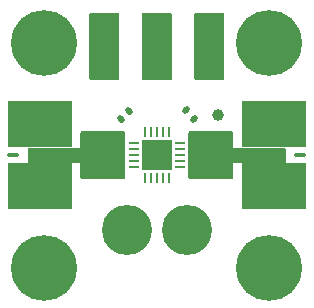
<source format=gbr>
%TF.GenerationSoftware,KiCad,Pcbnew,8.0.0*%
%TF.CreationDate,2024-06-16T14:01:43-04:00*%
%TF.ProjectId,X-Band Amplifier,582d4261-6e64-4204-916d-706c69666965,v1.0*%
%TF.SameCoordinates,Original*%
%TF.FileFunction,Soldermask,Top*%
%TF.FilePolarity,Negative*%
%FSLAX46Y46*%
G04 Gerber Fmt 4.6, Leading zero omitted, Abs format (unit mm)*
G04 Created by KiCad (PCBNEW 8.0.0) date 2024-06-16 14:01:43*
%MOMM*%
%LPD*%
G01*
G04 APERTURE LIST*
G04 Aperture macros list*
%AMRoundRect*
0 Rectangle with rounded corners*
0 $1 Rounding radius*
0 $2 $3 $4 $5 $6 $7 $8 $9 X,Y pos of 4 corners*
0 Add a 4 corners polygon primitive as box body*
4,1,4,$2,$3,$4,$5,$6,$7,$8,$9,$2,$3,0*
0 Add four circle primitives for the rounded corners*
1,1,$1+$1,$2,$3*
1,1,$1+$1,$4,$5*
1,1,$1+$1,$6,$7*
1,1,$1+$1,$8,$9*
0 Add four rect primitives between the rounded corners*
20,1,$1+$1,$2,$3,$4,$5,0*
20,1,$1+$1,$4,$5,$6,$7,0*
20,1,$1+$1,$6,$7,$8,$9,0*
20,1,$1+$1,$8,$9,$2,$3,0*%
G04 Aperture macros list end*
%ADD10RoundRect,0.140000X0.021213X-0.219203X0.219203X-0.021213X-0.021213X0.219203X-0.219203X0.021213X0*%
%ADD11RoundRect,0.140000X-0.219203X-0.021213X-0.021213X-0.219203X0.219203X0.021213X0.021213X0.219203X0*%
%ADD12RoundRect,0.087500X0.412500X-0.087500X0.412500X0.087500X-0.412500X0.087500X-0.412500X-0.087500X0*%
%ADD13R,5.500000X4.000000*%
%ADD14C,4.241800*%
%ADD15RoundRect,0.062500X-0.350000X-0.062500X0.350000X-0.062500X0.350000X0.062500X-0.350000X0.062500X0*%
%ADD16RoundRect,0.062500X-0.062500X-0.350000X0.062500X-0.350000X0.062500X0.350000X-0.062500X0.350000X0*%
%ADD17R,2.500000X2.500000*%
%ADD18RoundRect,0.087500X-0.412500X0.087500X-0.412500X-0.087500X0.412500X-0.087500X0.412500X0.087500X0*%
%ADD19C,5.562600*%
%ADD20C,1.000000*%
G04 APERTURE END LIST*
D10*
%TO.C,C2*%
X137372411Y-59731589D03*
X136693589Y-60410411D03*
%TD*%
D11*
%TO.C,C1*%
X142205389Y-59706189D03*
X142884211Y-60385011D03*
%TD*%
D12*
%TO.C,J2*%
X151850000Y-63500000D03*
D13*
X149600000Y-66135000D03*
X149600000Y-60865000D03*
%TD*%
D14*
%TO.C,H5*%
X137160000Y-69850000D03*
%TD*%
D15*
%TO.C,U1*%
X137762500Y-62500000D03*
X137762500Y-63000000D03*
X137762500Y-63500000D03*
X137762500Y-64000000D03*
X137762500Y-64500000D03*
D16*
X138700000Y-65437500D03*
X139200000Y-65437500D03*
X139700000Y-65437500D03*
X140200000Y-65437500D03*
X140700000Y-65437500D03*
D15*
X141637500Y-64500000D03*
X141637500Y-64000000D03*
X141637500Y-63500000D03*
X141637500Y-63000000D03*
X141637500Y-62500000D03*
D16*
X140700000Y-61562500D03*
X140200000Y-61562500D03*
X139700000Y-61562500D03*
X139200000Y-61562500D03*
X138700000Y-61562500D03*
D17*
X139700000Y-63500000D03*
%TD*%
D18*
%TO.C,J1*%
X127550000Y-63500000D03*
D13*
X129800000Y-60865000D03*
X129800000Y-66135000D03*
%TD*%
D19*
%TO.C,H2*%
X149225000Y-53975000D03*
%TD*%
D14*
%TO.C,H6*%
X142240000Y-69850000D03*
%TD*%
D19*
%TO.C,H3*%
X130175000Y-73025000D03*
%TD*%
%TO.C,H4*%
X149225000Y-73025000D03*
%TD*%
%TO.C,H1*%
X130175000Y-53975000D03*
%TD*%
D20*
%TO.C,TP1*%
X144907000Y-60071000D03*
%TD*%
G36*
X145358039Y-51454685D02*
G01*
X145403794Y-51507489D01*
X145415000Y-51559000D01*
X145415000Y-57026000D01*
X145395315Y-57093039D01*
X145342511Y-57138794D01*
X145291000Y-57150000D01*
X142999000Y-57150000D01*
X142931961Y-57130315D01*
X142886206Y-57077511D01*
X142875000Y-57026000D01*
X142875000Y-51559000D01*
X142894685Y-51491961D01*
X142947489Y-51446206D01*
X142999000Y-51435000D01*
X145291000Y-51435000D01*
X145358039Y-51454685D01*
G37*
G36*
X136468039Y-51454685D02*
G01*
X136513794Y-51507489D01*
X136525000Y-51559000D01*
X136525000Y-57026000D01*
X136505315Y-57093039D01*
X136452511Y-57138794D01*
X136401000Y-57150000D01*
X134109000Y-57150000D01*
X134041961Y-57130315D01*
X133996206Y-57077511D01*
X133985000Y-57026000D01*
X133985000Y-51559000D01*
X134004685Y-51491961D01*
X134057489Y-51446206D01*
X134109000Y-51435000D01*
X136401000Y-51435000D01*
X136468039Y-51454685D01*
G37*
G36*
X140913039Y-51454685D02*
G01*
X140958794Y-51507489D01*
X140970000Y-51559000D01*
X140970000Y-57026000D01*
X140950315Y-57093039D01*
X140897511Y-57138794D01*
X140846000Y-57150000D01*
X138554000Y-57150000D01*
X138486961Y-57130315D01*
X138441206Y-57077511D01*
X138430000Y-57026000D01*
X138430000Y-51559000D01*
X138449685Y-51491961D01*
X138502489Y-51446206D01*
X138554000Y-51435000D01*
X140846000Y-51435000D01*
X140913039Y-51454685D01*
G37*
G36*
X136975121Y-61488002D02*
G01*
X137021614Y-61541658D01*
X137033000Y-61594000D01*
X137033000Y-65406000D01*
X137012998Y-65474121D01*
X136959342Y-65520614D01*
X136907000Y-65532000D01*
X133349000Y-65532000D01*
X133280879Y-65511998D01*
X133234386Y-65458342D01*
X133223000Y-65406000D01*
X133223000Y-64135000D01*
X128904000Y-64135000D01*
X128835879Y-64114998D01*
X128789386Y-64061342D01*
X128778000Y-64009000D01*
X128778000Y-62991000D01*
X128798002Y-62922879D01*
X128851658Y-62876386D01*
X128904000Y-62865000D01*
X133223000Y-62865000D01*
X133223000Y-61594000D01*
X133243002Y-61525879D01*
X133296658Y-61479386D01*
X133349000Y-61468000D01*
X136907000Y-61468000D01*
X136975121Y-61488002D01*
G37*
G36*
X146119121Y-61488002D02*
G01*
X146165614Y-61541658D01*
X146177000Y-61594000D01*
X146177000Y-62865000D01*
X150496000Y-62865000D01*
X150564121Y-62885002D01*
X150610614Y-62938658D01*
X150622000Y-62991000D01*
X150622000Y-64009000D01*
X150601998Y-64077121D01*
X150548342Y-64123614D01*
X150496000Y-64135000D01*
X146177000Y-64135000D01*
X146177000Y-65406000D01*
X146156998Y-65474121D01*
X146103342Y-65520614D01*
X146051000Y-65532000D01*
X142493000Y-65532000D01*
X142424879Y-65511998D01*
X142378386Y-65458342D01*
X142367000Y-65406000D01*
X142367000Y-61594000D01*
X142387002Y-61525879D01*
X142440658Y-61479386D01*
X142493000Y-61468000D01*
X146051000Y-61468000D01*
X146119121Y-61488002D01*
G37*
M02*

</source>
